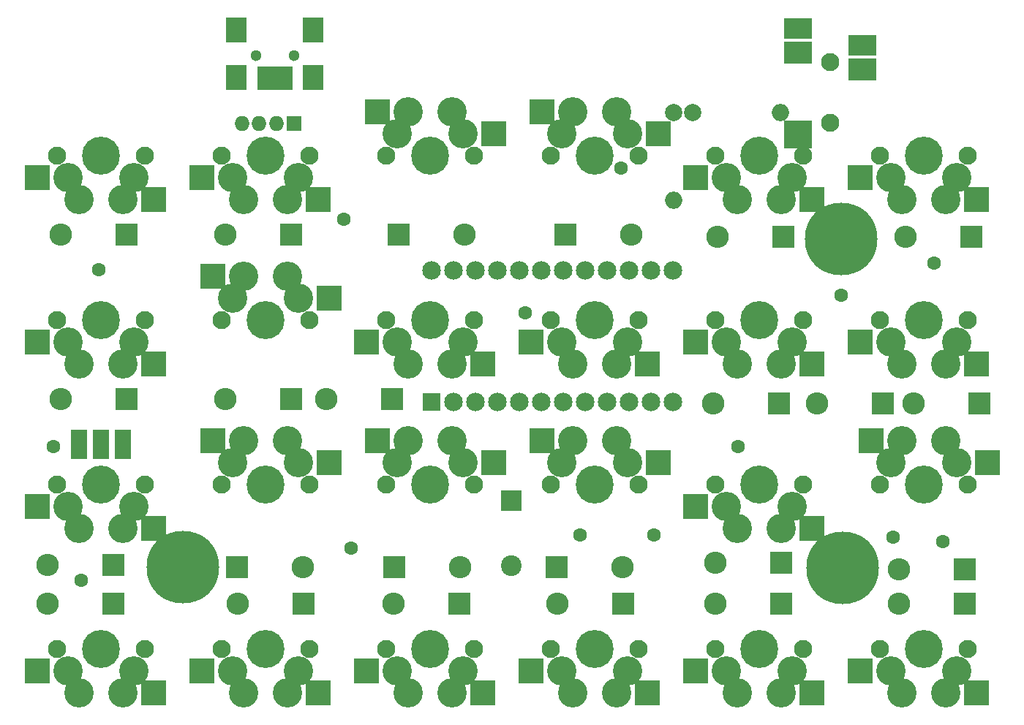
<source format=gbr>
%TF.GenerationSoftware,KiCad,Pcbnew,(2017-09-19 revision dddaa7e69)-makepkg*%
%TF.CreationDate,2017-10-17T20:10:02+02:00*%
%TF.ProjectId,lets_split,6C6574735F73706C69742E6B69636164,rev?*%
%TF.SameCoordinates,Original*%
%TF.FileFunction,Soldermask,Top*%
%TF.FilePolarity,Negative*%
%FSLAX46Y46*%
G04 Gerber Fmt 4.6, Leading zero omitted, Abs format (unit mm)*
G04 Created by KiCad (PCBNEW (2017-09-19 revision dddaa7e69)-makepkg) date 10/17/17 20:10:02*
%MOMM*%
%LPD*%
G01*
G04 APERTURE LIST*
%ADD10C,2.400000*%
%ADD11R,2.400000X2.400000*%
%ADD12C,1.600000*%
%ADD13C,4.400000*%
%ADD14C,2.100000*%
%ADD15C,3.400000*%
%ADD16R,2.950000X2.900000*%
%ADD17R,0.900000X2.700000*%
%ADD18R,2.400000X2.900000*%
%ADD19R,3.200000X3.200000*%
%ADD20R,3.200000X2.600000*%
%ADD21R,3.200000X2.400000*%
%ADD22R,1.900000X3.400000*%
%ADD23O,1.750000X1.750000*%
%ADD24R,1.750000X1.750000*%
%ADD25R,2.152600X2.152600*%
%ADD26C,2.152600*%
%ADD27C,8.400000*%
%ADD28C,2.000000*%
%ADD29O,2.000000X2.000000*%
%ADD30R,2.600000X2.600000*%
%ADD31O,2.600000X2.600000*%
%ADD32C,1.300000*%
G04 APERTURE END LIST*
D10*
%TO.C,J1*%
X138000000Y-120350000D03*
D11*
X138000000Y-112750000D03*
%TD*%
D12*
%TO.C,REF\002A\002A*%
X139600000Y-91000000D03*
%TD*%
D13*
%TO.C,SW1*%
X90500000Y-72850000D03*
D14*
X85420000Y-72850000D03*
D15*
X94310000Y-75390000D03*
X87960000Y-77930000D03*
D16*
X96590000Y-77930000D03*
D14*
X95580000Y-72850000D03*
D15*
X93040000Y-77930000D03*
X86690000Y-75390000D03*
D16*
X83140000Y-75390000D03*
%TD*%
D13*
%TO.C,SW5*%
X166700000Y-72850000D03*
D14*
X161620000Y-72850000D03*
D15*
X170510000Y-75390000D03*
X164160000Y-77930000D03*
D16*
X172790000Y-77930000D03*
D14*
X171780000Y-72850000D03*
D15*
X169240000Y-77930000D03*
X162890000Y-75390000D03*
D16*
X159340000Y-75390000D03*
%TD*%
D13*
%TO.C,SW3*%
X128600000Y-72850000D03*
D14*
X133680000Y-72850000D03*
D15*
X124790000Y-70310000D03*
X131140000Y-67770000D03*
D16*
X122510000Y-67770000D03*
D14*
X123520000Y-72850000D03*
D15*
X126060000Y-67770000D03*
X132410000Y-70310000D03*
D16*
X135960000Y-70310000D03*
%TD*%
D13*
%TO.C,SW12*%
X185750000Y-91900000D03*
D14*
X180670000Y-91900000D03*
D15*
X189560000Y-94440000D03*
X183210000Y-96980000D03*
D16*
X191840000Y-96980000D03*
D14*
X190830000Y-91900000D03*
D15*
X188290000Y-96980000D03*
X181940000Y-94440000D03*
D16*
X178390000Y-94440000D03*
%TD*%
D13*
%TO.C,SW2*%
X109550000Y-72850000D03*
D14*
X104470000Y-72850000D03*
D15*
X113360000Y-75390000D03*
X107010000Y-77930000D03*
D16*
X115640000Y-77930000D03*
D14*
X114630000Y-72850000D03*
D15*
X112090000Y-77930000D03*
X105740000Y-75390000D03*
D16*
X102190000Y-75390000D03*
%TD*%
D13*
%TO.C,SW4*%
X147650000Y-72850000D03*
D14*
X152730000Y-72850000D03*
D15*
X143840000Y-70310000D03*
X150190000Y-67770000D03*
D16*
X141560000Y-67770000D03*
D14*
X142570000Y-72850000D03*
D15*
X145110000Y-67770000D03*
X151460000Y-70310000D03*
D16*
X155010000Y-70310000D03*
%TD*%
D13*
%TO.C,SW6*%
X185750000Y-72850000D03*
D14*
X180670000Y-72850000D03*
D15*
X189560000Y-75390000D03*
X183210000Y-77930000D03*
D16*
X191840000Y-77930000D03*
D14*
X190830000Y-72850000D03*
D15*
X188290000Y-77930000D03*
X181940000Y-75390000D03*
D16*
X178390000Y-75390000D03*
%TD*%
D13*
%TO.C,SW7*%
X90500000Y-91900000D03*
D14*
X85420000Y-91900000D03*
D15*
X94310000Y-94440000D03*
X87960000Y-96980000D03*
D16*
X96590000Y-96980000D03*
D14*
X95580000Y-91900000D03*
D15*
X93040000Y-96980000D03*
X86690000Y-94440000D03*
D16*
X83140000Y-94440000D03*
%TD*%
D13*
%TO.C,SW8*%
X109550000Y-91900000D03*
D14*
X114630000Y-91900000D03*
D15*
X105740000Y-89360000D03*
X112090000Y-86820000D03*
D16*
X103460000Y-86820000D03*
D14*
X104470000Y-91900000D03*
D15*
X107010000Y-86820000D03*
X113360000Y-89360000D03*
D16*
X116910000Y-89360000D03*
%TD*%
D13*
%TO.C,SW9*%
X128600000Y-91900000D03*
D14*
X123520000Y-91900000D03*
D15*
X132410000Y-94440000D03*
X126060000Y-96980000D03*
D16*
X134690000Y-96980000D03*
D14*
X133680000Y-91900000D03*
D15*
X131140000Y-96980000D03*
X124790000Y-94440000D03*
D16*
X121240000Y-94440000D03*
%TD*%
D13*
%TO.C,SW10*%
X147650000Y-91900000D03*
D14*
X142570000Y-91900000D03*
D15*
X151460000Y-94440000D03*
X145110000Y-96980000D03*
D16*
X153740000Y-96980000D03*
D14*
X152730000Y-91900000D03*
D15*
X150190000Y-96980000D03*
X143840000Y-94440000D03*
D16*
X140290000Y-94440000D03*
%TD*%
D13*
%TO.C,SW11*%
X166700000Y-91900000D03*
D14*
X161620000Y-91900000D03*
D15*
X170510000Y-94440000D03*
X164160000Y-96980000D03*
D16*
X172790000Y-96980000D03*
D14*
X171780000Y-91900000D03*
D15*
X169240000Y-96980000D03*
X162890000Y-94440000D03*
D16*
X159340000Y-94440000D03*
%TD*%
D13*
%TO.C,SW13*%
X90500000Y-110950000D03*
D14*
X85420000Y-110950000D03*
D15*
X94310000Y-113490000D03*
X87960000Y-116030000D03*
D16*
X96590000Y-116030000D03*
D14*
X95580000Y-110950000D03*
D15*
X93040000Y-116030000D03*
X86690000Y-113490000D03*
D16*
X83140000Y-113490000D03*
%TD*%
D13*
%TO.C,SW14*%
X109550000Y-110950000D03*
D14*
X114630000Y-110950000D03*
D15*
X105740000Y-108410000D03*
X112090000Y-105870000D03*
D16*
X103460000Y-105870000D03*
D14*
X104470000Y-110950000D03*
D15*
X107010000Y-105870000D03*
X113360000Y-108410000D03*
D16*
X116910000Y-108410000D03*
%TD*%
D13*
%TO.C,SW15*%
X128600000Y-110950000D03*
D14*
X133680000Y-110950000D03*
D15*
X124790000Y-108410000D03*
X131140000Y-105870000D03*
D16*
X122510000Y-105870000D03*
D14*
X123520000Y-110950000D03*
D15*
X126060000Y-105870000D03*
X132410000Y-108410000D03*
D16*
X135960000Y-108410000D03*
%TD*%
D13*
%TO.C,SW16*%
X147650000Y-110950000D03*
D14*
X152730000Y-110950000D03*
D15*
X143840000Y-108410000D03*
X150190000Y-105870000D03*
D16*
X141560000Y-105870000D03*
D14*
X142570000Y-110950000D03*
D15*
X145110000Y-105870000D03*
X151460000Y-108410000D03*
D16*
X155010000Y-108410000D03*
%TD*%
D13*
%TO.C,SW17*%
X166700000Y-110950000D03*
D14*
X161620000Y-110950000D03*
D15*
X170510000Y-113490000D03*
X164160000Y-116030000D03*
D16*
X172790000Y-116030000D03*
D14*
X171780000Y-110950000D03*
D15*
X169240000Y-116030000D03*
X162890000Y-113490000D03*
D16*
X159340000Y-113490000D03*
%TD*%
D13*
%TO.C,SW18*%
X185750000Y-110950000D03*
D14*
X190830000Y-110950000D03*
D15*
X181940000Y-108410000D03*
X188290000Y-105870000D03*
D16*
X179660000Y-105870000D03*
D14*
X180670000Y-110950000D03*
D15*
X183210000Y-105870000D03*
X189560000Y-108410000D03*
D16*
X193110000Y-108410000D03*
%TD*%
D13*
%TO.C,SW19*%
X90500000Y-130000000D03*
D14*
X85420000Y-130000000D03*
D15*
X94310000Y-132540000D03*
X87960000Y-135080000D03*
D16*
X96590000Y-135080000D03*
D14*
X95580000Y-130000000D03*
D15*
X93040000Y-135080000D03*
X86690000Y-132540000D03*
D16*
X83140000Y-132540000D03*
%TD*%
D13*
%TO.C,SW20*%
X109550000Y-130000000D03*
D14*
X104470000Y-130000000D03*
D15*
X113360000Y-132540000D03*
X107010000Y-135080000D03*
D16*
X115640000Y-135080000D03*
D14*
X114630000Y-130000000D03*
D15*
X112090000Y-135080000D03*
X105740000Y-132540000D03*
D16*
X102190000Y-132540000D03*
%TD*%
D13*
%TO.C,SW21*%
X128600000Y-130000000D03*
D14*
X123520000Y-130000000D03*
D15*
X132410000Y-132540000D03*
X126060000Y-135080000D03*
D16*
X134690000Y-135080000D03*
D14*
X133680000Y-130000000D03*
D15*
X131140000Y-135080000D03*
X124790000Y-132540000D03*
D16*
X121240000Y-132540000D03*
%TD*%
D13*
%TO.C,SW22*%
X147650000Y-130000000D03*
D14*
X142570000Y-130000000D03*
D15*
X151460000Y-132540000D03*
X145110000Y-135080000D03*
D16*
X153740000Y-135080000D03*
D14*
X152730000Y-130000000D03*
D15*
X150190000Y-135080000D03*
X143840000Y-132540000D03*
D16*
X140290000Y-132540000D03*
%TD*%
D13*
%TO.C,SW23*%
X166700000Y-130000000D03*
D14*
X161620000Y-130000000D03*
D15*
X170510000Y-132540000D03*
X164160000Y-135080000D03*
D16*
X172790000Y-135080000D03*
D14*
X171780000Y-130000000D03*
D15*
X169240000Y-135080000D03*
X162890000Y-132540000D03*
D16*
X159340000Y-132540000D03*
%TD*%
D13*
%TO.C,SW24*%
X185750000Y-130000000D03*
D14*
X180670000Y-130000000D03*
D15*
X189560000Y-132540000D03*
X183210000Y-135080000D03*
D16*
X191840000Y-135080000D03*
D14*
X190830000Y-130000000D03*
D15*
X188290000Y-135080000D03*
X181940000Y-132540000D03*
D16*
X178390000Y-132540000D03*
%TD*%
D17*
%TO.C,P2*%
X109050000Y-63850000D03*
X109850000Y-63850000D03*
X110650000Y-63850000D03*
X111450000Y-63850000D03*
X112250000Y-63850000D03*
D18*
X115100000Y-58250000D03*
X106200000Y-58250000D03*
X106200000Y-63750000D03*
X115100000Y-63750000D03*
%TD*%
D19*
%TO.C,P4*%
X171242500Y-70328000D03*
D20*
X171242500Y-60928000D03*
X178642500Y-62828000D03*
D21*
X178642500Y-60028000D03*
X171242500Y-58128000D03*
%TD*%
D22*
%TO.C,P3*%
X93040000Y-106250000D03*
X90500000Y-106250000D03*
X87960000Y-106250000D03*
%TD*%
D23*
%TO.C,P1*%
X106850000Y-69100000D03*
X108850000Y-69100000D03*
X110850000Y-69100000D03*
D24*
X112850000Y-69100000D03*
%TD*%
D12*
%TO.C,REF\002A\002A*%
X118600000Y-80200000D03*
%TD*%
%TO.C,REF\002A\002A*%
X188000000Y-117500000D03*
%TD*%
%TO.C,REF\002A\002A*%
X154500000Y-116750000D03*
%TD*%
%TO.C,REF\002A\002A*%
X182250000Y-117000000D03*
%TD*%
%TO.C,REF\002A\002A*%
X164250000Y-106500000D03*
%TD*%
%TO.C,REF\002A\002A*%
X119500000Y-118250000D03*
%TD*%
%TO.C,REF\002A\002A*%
X146000000Y-116800000D03*
%TD*%
%TO.C,REF\002A\002A*%
X187000000Y-85250000D03*
%TD*%
%TO.C,REF\002A\002A*%
X176250000Y-89000000D03*
%TD*%
%TO.C,REF\002A\002A*%
X150750000Y-74250000D03*
%TD*%
%TO.C,REF\002A\002A*%
X88250000Y-122000000D03*
%TD*%
%TO.C,REF\002A\002A*%
X85000000Y-106500000D03*
%TD*%
%TO.C,REF\002A\002A*%
X90250000Y-86000000D03*
%TD*%
D25*
%TO.C,U1*%
X128780000Y-101370000D03*
D26*
X131320000Y-101370000D03*
X133860000Y-101370000D03*
X136400000Y-101370000D03*
X138940000Y-101370000D03*
X141480000Y-101370000D03*
X144020000Y-101370000D03*
X146560000Y-101370000D03*
X149100000Y-101370000D03*
X151640000Y-101370000D03*
X154180000Y-101370000D03*
X156720000Y-101370000D03*
X156720000Y-86130000D03*
X154180000Y-86130000D03*
X151640000Y-86130000D03*
X149100000Y-86130000D03*
X146560000Y-86130000D03*
X144020000Y-86130000D03*
X141480000Y-86130000D03*
X133860000Y-86130000D03*
X131320000Y-86130000D03*
X128780000Y-86130000D03*
X138940000Y-86130000D03*
X136400000Y-86130000D03*
%TD*%
D27*
%TO.C,REF\002A\002A*%
X99991000Y-120488000D03*
%TD*%
%TO.C,REF\002A\002A*%
X176350000Y-120550000D03*
%TD*%
%TO.C,REF\002A\002A*%
X176200000Y-82450000D03*
%TD*%
D28*
%TO.C,R2*%
X156800000Y-67800000D03*
D29*
X156800000Y-77960000D03*
%TD*%
%TO.C,R1*%
X169160000Y-67800000D03*
D28*
X159000000Y-67800000D03*
%TD*%
D30*
%TO.C,D12*%
X132000000Y-124750000D03*
D31*
X124380000Y-124750000D03*
%TD*%
D30*
%TO.C,D7*%
X106250000Y-120500000D03*
D31*
X113870000Y-120500000D03*
%TD*%
D30*
%TO.C,D18*%
X181000000Y-101500000D03*
D31*
X173380000Y-101500000D03*
%TD*%
D30*
%TO.C,D9*%
X125000000Y-82000000D03*
D31*
X132620000Y-82000000D03*
%TD*%
D30*
%TO.C,D13*%
X144250000Y-82000000D03*
D31*
X151870000Y-82000000D03*
%TD*%
D14*
%TO.C,P4*%
X174942500Y-69028000D03*
X174942500Y-62028000D03*
%TD*%
D32*
%TO.C,P2*%
X108450000Y-61250000D03*
X112850000Y-61250000D03*
%TD*%
D30*
%TO.C,D1*%
X93500000Y-82000000D03*
D31*
X85880000Y-82000000D03*
%TD*%
D30*
%TO.C,D2*%
X93500000Y-101000000D03*
D31*
X85880000Y-101000000D03*
%TD*%
D30*
%TO.C,D3*%
X92000000Y-120250000D03*
D31*
X84380000Y-120250000D03*
%TD*%
D30*
%TO.C,D4*%
X92000000Y-124750000D03*
D31*
X84380000Y-124750000D03*
%TD*%
D30*
%TO.C,D5*%
X112500000Y-82000000D03*
D31*
X104880000Y-82000000D03*
%TD*%
D30*
%TO.C,D6*%
X112500000Y-101000000D03*
D31*
X104880000Y-101000000D03*
%TD*%
D30*
%TO.C,D8*%
X114000000Y-124750000D03*
D31*
X106380000Y-124750000D03*
%TD*%
D30*
%TO.C,D10*%
X124250000Y-101000000D03*
D31*
X116630000Y-101000000D03*
%TD*%
D30*
%TO.C,D11*%
X124500000Y-120500000D03*
D31*
X132120000Y-120500000D03*
%TD*%
D30*
%TO.C,D14*%
X169000000Y-101500000D03*
D31*
X161380000Y-101500000D03*
%TD*%
D30*
%TO.C,D15*%
X143250000Y-120500000D03*
D31*
X150870000Y-120500000D03*
%TD*%
D30*
%TO.C,D16*%
X151000000Y-124750000D03*
D31*
X143380000Y-124750000D03*
%TD*%
D30*
%TO.C,D17*%
X169500000Y-82250000D03*
D31*
X161880000Y-82250000D03*
%TD*%
D30*
%TO.C,D19*%
X169250000Y-120000000D03*
D31*
X161630000Y-120000000D03*
%TD*%
D30*
%TO.C,D20*%
X169250000Y-124750000D03*
D31*
X161630000Y-124750000D03*
%TD*%
D30*
%TO.C,D21*%
X191250000Y-82250000D03*
D31*
X183630000Y-82250000D03*
%TD*%
D30*
%TO.C,D22*%
X192250000Y-101500000D03*
D31*
X184630000Y-101500000D03*
%TD*%
D30*
%TO.C,D23*%
X190500000Y-120750000D03*
D31*
X182880000Y-120750000D03*
%TD*%
D30*
%TO.C,D24*%
X190500000Y-124750000D03*
D31*
X182880000Y-124750000D03*
%TD*%
M02*

</source>
